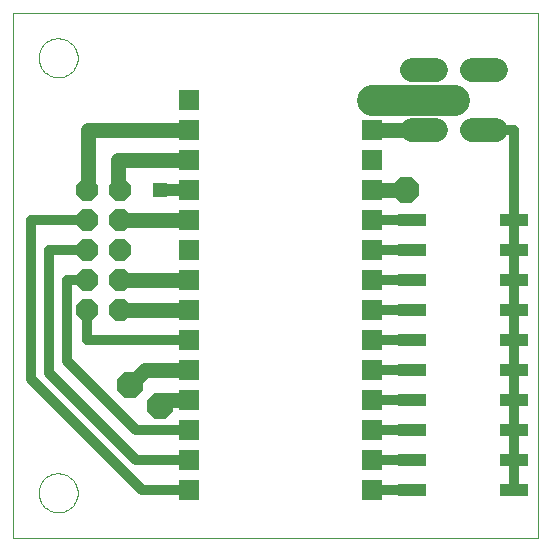
<source format=gtl>
G75*
G70*
%OFA0B0*%
%FSLAX24Y24*%
%IPPOS*%
%LPD*%
%AMOC8*
5,1,8,0,0,1.08239X$1,22.5*
%
%ADD10C,0.0000*%
%ADD11R,0.0700X0.0650*%
%ADD12R,0.0961X0.0445*%
%ADD13OC8,0.0740*%
%ADD14C,0.0800*%
%ADD15C,0.0800*%
%ADD16OC8,0.0850*%
%ADD17C,0.0320*%
%ADD18C,0.0100*%
%ADD19C,0.0500*%
%ADD20C,0.1030*%
%ADD21C,0.0160*%
%ADD22C,0.0400*%
%ADD23R,0.0476X0.0476*%
D10*
X000100Y000100D02*
X000100Y017600D01*
X017600Y017600D01*
X017600Y000100D01*
X000100Y000100D01*
X000950Y001600D02*
X000952Y001650D01*
X000958Y001700D01*
X000968Y001750D01*
X000981Y001798D01*
X000998Y001846D01*
X001019Y001892D01*
X001043Y001936D01*
X001071Y001978D01*
X001102Y002018D01*
X001136Y002055D01*
X001173Y002090D01*
X001212Y002121D01*
X001253Y002150D01*
X001297Y002175D01*
X001343Y002197D01*
X001390Y002215D01*
X001438Y002229D01*
X001487Y002240D01*
X001537Y002247D01*
X001587Y002250D01*
X001638Y002249D01*
X001688Y002244D01*
X001738Y002235D01*
X001786Y002223D01*
X001834Y002206D01*
X001880Y002186D01*
X001925Y002163D01*
X001968Y002136D01*
X002008Y002106D01*
X002046Y002073D01*
X002081Y002037D01*
X002114Y001998D01*
X002143Y001957D01*
X002169Y001914D01*
X002192Y001869D01*
X002211Y001822D01*
X002226Y001774D01*
X002238Y001725D01*
X002246Y001675D01*
X002250Y001625D01*
X002250Y001575D01*
X002246Y001525D01*
X002238Y001475D01*
X002226Y001426D01*
X002211Y001378D01*
X002192Y001331D01*
X002169Y001286D01*
X002143Y001243D01*
X002114Y001202D01*
X002081Y001163D01*
X002046Y001127D01*
X002008Y001094D01*
X001968Y001064D01*
X001925Y001037D01*
X001880Y001014D01*
X001834Y000994D01*
X001786Y000977D01*
X001738Y000965D01*
X001688Y000956D01*
X001638Y000951D01*
X001587Y000950D01*
X001537Y000953D01*
X001487Y000960D01*
X001438Y000971D01*
X001390Y000985D01*
X001343Y001003D01*
X001297Y001025D01*
X001253Y001050D01*
X001212Y001079D01*
X001173Y001110D01*
X001136Y001145D01*
X001102Y001182D01*
X001071Y001222D01*
X001043Y001264D01*
X001019Y001308D01*
X000998Y001354D01*
X000981Y001402D01*
X000968Y001450D01*
X000958Y001500D01*
X000952Y001550D01*
X000950Y001600D01*
X000950Y016100D02*
X000952Y016150D01*
X000958Y016200D01*
X000968Y016250D01*
X000981Y016298D01*
X000998Y016346D01*
X001019Y016392D01*
X001043Y016436D01*
X001071Y016478D01*
X001102Y016518D01*
X001136Y016555D01*
X001173Y016590D01*
X001212Y016621D01*
X001253Y016650D01*
X001297Y016675D01*
X001343Y016697D01*
X001390Y016715D01*
X001438Y016729D01*
X001487Y016740D01*
X001537Y016747D01*
X001587Y016750D01*
X001638Y016749D01*
X001688Y016744D01*
X001738Y016735D01*
X001786Y016723D01*
X001834Y016706D01*
X001880Y016686D01*
X001925Y016663D01*
X001968Y016636D01*
X002008Y016606D01*
X002046Y016573D01*
X002081Y016537D01*
X002114Y016498D01*
X002143Y016457D01*
X002169Y016414D01*
X002192Y016369D01*
X002211Y016322D01*
X002226Y016274D01*
X002238Y016225D01*
X002246Y016175D01*
X002250Y016125D01*
X002250Y016075D01*
X002246Y016025D01*
X002238Y015975D01*
X002226Y015926D01*
X002211Y015878D01*
X002192Y015831D01*
X002169Y015786D01*
X002143Y015743D01*
X002114Y015702D01*
X002081Y015663D01*
X002046Y015627D01*
X002008Y015594D01*
X001968Y015564D01*
X001925Y015537D01*
X001880Y015514D01*
X001834Y015494D01*
X001786Y015477D01*
X001738Y015465D01*
X001688Y015456D01*
X001638Y015451D01*
X001587Y015450D01*
X001537Y015453D01*
X001487Y015460D01*
X001438Y015471D01*
X001390Y015485D01*
X001343Y015503D01*
X001297Y015525D01*
X001253Y015550D01*
X001212Y015579D01*
X001173Y015610D01*
X001136Y015645D01*
X001102Y015682D01*
X001071Y015722D01*
X001043Y015764D01*
X001019Y015808D01*
X000998Y015854D01*
X000981Y015902D01*
X000968Y015950D01*
X000958Y016000D01*
X000952Y016050D01*
X000950Y016100D01*
D11*
X005950Y014700D03*
X005950Y013700D03*
X005950Y012700D03*
X005950Y011700D03*
X005950Y010700D03*
X005950Y009700D03*
X005950Y008700D03*
X005950Y007700D03*
X005950Y006700D03*
X005950Y005700D03*
X005950Y004700D03*
X005950Y003700D03*
X005950Y002700D03*
X005950Y001700D03*
X012050Y001700D03*
X012050Y002700D03*
X012050Y003700D03*
X012050Y004700D03*
X012050Y005700D03*
X012050Y006700D03*
X012050Y007700D03*
X012050Y008700D03*
X012050Y009700D03*
X012050Y010700D03*
X012050Y011700D03*
X012050Y012700D03*
X012050Y013700D03*
X012050Y014700D03*
D12*
X013407Y010700D03*
X013407Y009700D03*
X013407Y008700D03*
X013407Y007700D03*
X013407Y006700D03*
X013407Y005700D03*
X013407Y004700D03*
X013407Y003700D03*
X013407Y002700D03*
X013407Y001700D03*
X016793Y001700D03*
X016793Y002700D03*
X016793Y003700D03*
X016793Y004700D03*
X016793Y005700D03*
X016793Y006700D03*
X016793Y007700D03*
X016793Y008700D03*
X016793Y009700D03*
X016793Y010700D03*
D13*
X003650Y010700D03*
X003650Y009700D03*
X003650Y008700D03*
X003650Y007700D03*
X002550Y007700D03*
X002550Y008700D03*
X002550Y009700D03*
X002550Y010700D03*
X002550Y011700D03*
X003650Y011700D03*
D14*
X014800Y014700D03*
D15*
X014200Y015700D02*
X013400Y015700D01*
X015400Y015700D02*
X016200Y015700D01*
X016200Y013700D02*
X015400Y013700D01*
X014200Y013700D02*
X013400Y013700D01*
D16*
X013200Y011700D03*
X005000Y004500D03*
X004000Y005200D03*
D17*
X002550Y006700D02*
X002550Y007700D01*
X002550Y008700D02*
X001900Y008700D01*
X001900Y006000D01*
X004200Y003700D01*
X005950Y003700D01*
X005950Y002700D02*
X004200Y002700D01*
X001300Y005600D01*
X001300Y009700D01*
X002550Y009700D01*
X002550Y010700D02*
X000700Y010700D01*
X000700Y005400D01*
X004400Y001700D01*
X005950Y001700D01*
X005950Y006700D02*
X002550Y006700D01*
X005950Y011700D02*
X006100Y011700D01*
X012050Y010700D02*
X013407Y010700D01*
X013407Y009700D02*
X012050Y009700D01*
X012050Y008700D02*
X012000Y008700D01*
X012000Y008600D01*
X012100Y008600D01*
X012100Y008700D01*
X012050Y008700D01*
X012100Y008700D02*
X013407Y008700D01*
X013407Y007700D02*
X012050Y007700D01*
X012050Y006700D02*
X013407Y006700D01*
X013407Y005700D02*
X012050Y005700D01*
X012050Y004700D02*
X013407Y004700D01*
X013407Y003700D02*
X012050Y003700D01*
X012050Y002700D02*
X013407Y002700D01*
X013407Y001700D02*
X012050Y001700D01*
X016793Y001700D02*
X016793Y002700D01*
X016793Y003700D01*
X016793Y004700D01*
X016793Y005700D01*
X016793Y006700D01*
X016793Y007700D01*
X016793Y008700D01*
X016793Y009700D01*
X016793Y010700D01*
X016793Y013700D01*
X015800Y013700D01*
D18*
X012050Y008700D02*
X012100Y008600D01*
D19*
X012050Y011700D02*
X013200Y011700D01*
X013800Y013700D02*
X012050Y013700D01*
X005950Y013700D02*
X002600Y013700D01*
X002600Y011700D01*
X003600Y011700D02*
X003600Y012700D01*
X005950Y012700D01*
X005950Y010700D02*
X003650Y010700D01*
X003650Y008700D02*
X005950Y008700D01*
X005950Y007700D02*
X003650Y007700D01*
X004500Y005700D02*
X004000Y005200D01*
X004500Y005700D02*
X005950Y005700D01*
X005950Y004700D02*
X005200Y004700D01*
X005000Y004500D01*
D20*
X012050Y014700D02*
X014800Y014700D01*
D21*
X003650Y011700D02*
X003600Y011700D01*
X002600Y011700D02*
X002550Y011700D01*
D22*
X005000Y011700D02*
X005950Y011700D01*
D23*
X005000Y011700D03*
M02*

</source>
